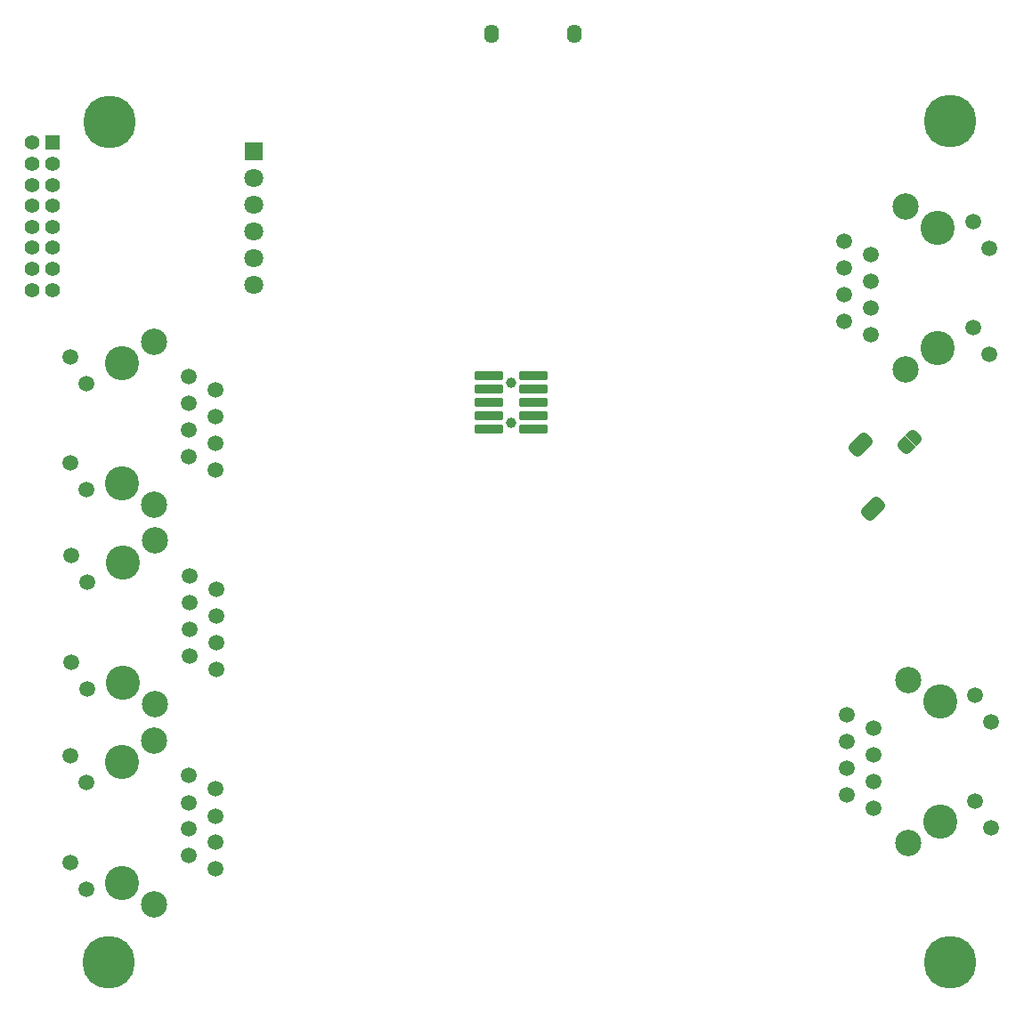
<source format=gbr>
%TF.GenerationSoftware,KiCad,Pcbnew,9.0.1*%
%TF.CreationDate,2025-06-03T17:56:10-07:00*%
%TF.ProjectId,peripheral_board,70657269-7068-4657-9261-6c5f626f6172,rev?*%
%TF.SameCoordinates,Original*%
%TF.FileFunction,Soldermask,Bot*%
%TF.FilePolarity,Negative*%
%FSLAX46Y46*%
G04 Gerber Fmt 4.6, Leading zero omitted, Abs format (unit mm)*
G04 Created by KiCad (PCBNEW 9.0.1) date 2025-06-03 17:56:10*
%MOMM*%
%LPD*%
G01*
G04 APERTURE LIST*
G04 Aperture macros list*
%AMRoundRect*
0 Rectangle with rounded corners*
0 $1 Rounding radius*
0 $2 $3 $4 $5 $6 $7 $8 $9 X,Y pos of 4 corners*
0 Add a 4 corners polygon primitive as box body*
4,1,4,$2,$3,$4,$5,$6,$7,$8,$9,$2,$3,0*
0 Add four circle primitives for the rounded corners*
1,1,$1+$1,$2,$3*
1,1,$1+$1,$4,$5*
1,1,$1+$1,$6,$7*
1,1,$1+$1,$8,$9*
0 Add four rect primitives between the rounded corners*
20,1,$1+$1,$2,$3,$4,$5,0*
20,1,$1+$1,$4,$5,$6,$7,0*
20,1,$1+$1,$6,$7,$8,$9,0*
20,1,$1+$1,$8,$9,$2,$3,0*%
%AMFreePoly0*
4,1,23,0.499999,-0.750000,0.000000,-0.750000,0.000000,-0.745722,-0.065263,-0.745722,-0.191342,-0.711940,-0.304381,-0.646677,-0.396677,-0.554382,-0.461940,-0.441342,-0.495722,-0.315263,-0.495722,-0.250000,-0.500000,-0.250000,-0.500000,0.250000,-0.495722,0.250000,-0.495722,0.315263,-0.461940,0.441342,-0.396677,0.554382,-0.304381,0.646677,-0.191342,0.711940,-0.065263,0.745722,0.000000,0.745722,
0.000000,0.750000,0.499999,0.750000,0.499999,-0.750000,0.499999,-0.750000,$1*%
%AMFreePoly1*
4,1,23,0.000000,0.745722,0.065263,0.745722,0.191342,0.711940,0.304381,0.646677,0.396677,0.554382,0.461940,0.441342,0.495722,0.315263,0.495722,0.250000,0.500000,0.250000,0.500000,-0.250000,0.495722,-0.250000,0.495722,-0.315263,0.461940,-0.441342,0.396677,-0.554382,0.304381,-0.646677,0.191342,-0.711940,0.065263,-0.745722,0.000000,-0.745722,0.000000,-0.750000,-0.499999,-0.750000,
-0.499999,0.750000,0.000000,0.750000,0.000000,0.745722,0.000000,0.745722,$1*%
G04 Aperture macros list end*
%ADD10C,0.000000*%
%ADD11C,3.250000*%
%ADD12C,1.520000*%
%ADD13C,2.500000*%
%ADD14C,5.000000*%
%ADD15O,1.400000X1.800000*%
%ADD16R,1.400000X1.400000*%
%ADD17C,1.400000*%
%ADD18R,1.800000X1.800000*%
%ADD19C,1.800000*%
%ADD20FreePoly0,225.000000*%
%ADD21FreePoly1,225.000000*%
%ADD22FreePoly0,45.000000*%
%ADD23FreePoly1,45.000000*%
%ADD24C,1.000000*%
%ADD25RoundRect,0.050800X1.300000X-0.380000X1.300000X0.380000X-1.300000X0.380000X-1.300000X-0.380000X0*%
G04 APERTURE END LIST*
D10*
%TO.C,JP3*%
G36*
X183481027Y-83190837D02*
G01*
X183268895Y-83402969D01*
X182208235Y-82342309D01*
X182420367Y-82130177D01*
X183481027Y-83190837D01*
G37*
%TO.C,JP2*%
G36*
X178831800Y-83420646D02*
G01*
X178619668Y-83632778D01*
X177559008Y-82572118D01*
X177771140Y-82359986D01*
X178831800Y-83420646D01*
G37*
%TO.C,JP4*%
G36*
X180016203Y-89519443D02*
G01*
X179804071Y-89731575D01*
X178743411Y-88670915D01*
X178955543Y-88458783D01*
X180016203Y-89519443D01*
G37*
%TD*%
D11*
%TO.C,RJ3*%
X108050000Y-94192500D03*
X108050000Y-105632500D03*
D12*
X114400000Y-95462500D03*
X116940000Y-96732500D03*
X114400000Y-98012500D03*
X116940000Y-99282500D03*
X114400000Y-100542500D03*
X116940000Y-101812500D03*
X114400000Y-103082500D03*
X116940000Y-104352500D03*
X104670000Y-96122500D03*
X103150000Y-93582500D03*
X104670000Y-106242500D03*
X103150000Y-103702500D03*
D13*
X111100000Y-92142500D03*
X111100000Y-107682500D03*
%TD*%
D14*
%TO.C,H3*%
X186760192Y-132278569D03*
%TD*%
%TO.C,H4*%
X106735192Y-132278569D03*
%TD*%
%TO.C,H2*%
X186735192Y-52278569D03*
%TD*%
D11*
%TO.C,RJ5*%
X185750000Y-118857500D03*
X185750000Y-107417500D03*
D12*
X179400000Y-117587500D03*
X176860000Y-116317500D03*
X179400000Y-115037499D03*
X176860000Y-113767500D03*
X179400000Y-112507500D03*
X176860000Y-111237500D03*
X179400000Y-109967500D03*
X176860000Y-108697500D03*
X189130000Y-116927500D03*
X190650000Y-119467500D03*
X189129999Y-106807500D03*
X190650000Y-109347500D03*
D13*
X182700000Y-120907500D03*
X182700000Y-105367500D03*
%TD*%
D15*
%TO.C,J3*%
X151025192Y-43903569D03*
X143125192Y-43903569D03*
%TD*%
D14*
%TO.C,H1*%
X106760192Y-52303569D03*
%TD*%
D11*
%TO.C,RJ1*%
X185560192Y-73836069D03*
X185560192Y-62396069D03*
D12*
X179210192Y-72566069D03*
X176670192Y-71296069D03*
X179210192Y-70016069D03*
X176670192Y-68746069D03*
X179210192Y-67486069D03*
X176670192Y-66216069D03*
X179210192Y-64946069D03*
X176670192Y-63676069D03*
X188940192Y-71906069D03*
X190460192Y-74446069D03*
X188940192Y-61786069D03*
X190460192Y-64326069D03*
D13*
X182510192Y-75886069D03*
X182510192Y-60346069D03*
%TD*%
D11*
%TO.C,RJ4*%
X108010000Y-113230000D03*
X108010000Y-124670000D03*
D12*
X114360000Y-114500000D03*
X116900000Y-115770000D03*
X114360000Y-117050001D03*
X116900000Y-118320000D03*
X114360000Y-119580000D03*
X116900000Y-120850000D03*
X114360000Y-122120000D03*
X116900000Y-123390000D03*
X104630000Y-115160000D03*
X103110000Y-112620000D03*
X104630001Y-125280000D03*
X103110000Y-122740000D03*
D13*
X111060000Y-111180000D03*
X111060000Y-126720000D03*
%TD*%
D16*
%TO.C,CN1*%
X101400000Y-54300000D03*
D17*
X99400000Y-54300000D03*
X101400000Y-56300000D03*
X99400000Y-56300000D03*
X101400000Y-58300000D03*
X99400000Y-58300000D03*
X101400000Y-60300000D03*
X99400000Y-60300000D03*
X101400000Y-62300000D03*
X99400000Y-62300000D03*
X101400000Y-64300000D03*
X99400000Y-64300000D03*
X101400000Y-66300000D03*
X99400000Y-66300000D03*
X101400000Y-68300000D03*
X99400000Y-68300000D03*
%TD*%
D11*
%TO.C,RJ2*%
X108010000Y-75280000D03*
X108010000Y-86720000D03*
D12*
X114360000Y-76550000D03*
X116900000Y-77820000D03*
X114360000Y-79100000D03*
X116900000Y-80370000D03*
X114360000Y-81630000D03*
X116900000Y-82900000D03*
X114360000Y-84170000D03*
X116900000Y-85440000D03*
X104630000Y-77210000D03*
X103110000Y-74670000D03*
X104630000Y-87330000D03*
X103110000Y-84790000D03*
D13*
X111060000Y-73230000D03*
X111060000Y-88770000D03*
%TD*%
D18*
%TO.C,J2*%
X120500000Y-55100000D03*
D19*
X120500000Y-57640000D03*
X120500000Y-60179999D03*
X120500000Y-62720001D03*
X120500000Y-65260000D03*
X120500000Y-67800000D03*
%TD*%
D20*
%TO.C,JP3*%
X183304250Y-82306954D03*
D21*
X182385012Y-83226192D03*
%TD*%
D20*
%TO.C,JP2*%
X178655023Y-82536763D03*
D21*
X177735785Y-83456001D03*
%TD*%
D22*
%TO.C,JP4*%
X178920188Y-89554798D03*
D23*
X179839426Y-88635560D03*
%TD*%
D24*
%TO.C,J4*%
X144985192Y-80933569D03*
X144985192Y-77123569D03*
D25*
X142835192Y-81568569D03*
X147135192Y-81568569D03*
X142835192Y-80298569D03*
X147135192Y-80298569D03*
X142835192Y-79028569D03*
X147135192Y-79028569D03*
X142835192Y-77758569D03*
X147135192Y-77758569D03*
X142835192Y-76488569D03*
X147135192Y-76488569D03*
%TD*%
M02*

</source>
